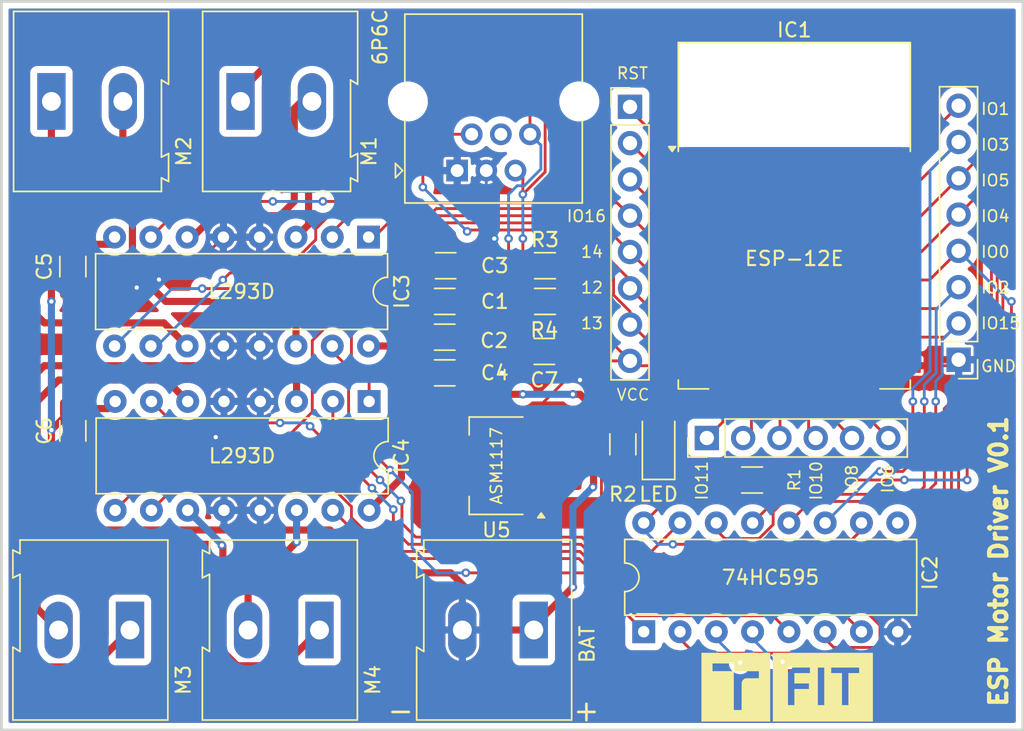
<source format=kicad_pcb>
(kicad_pcb (version 20240108) (generator "pcbnew") (generator_version "8.0")
  (title_block (title "ESP Motor Driver V0.1"))
  (layers (0 "F.Cu" signal) (31 "B.Cu" signal) (34 "B.Paste" user) (35 "F.Paste" user) (36 "B.SilkS" user "B.Silkscreen") (37 "F.SilkS" user "F.Silkscreen") (38 "B.Mask" user) (39 "F.Mask" user) (44 "Edge.Cuts" user))
  (net 0 "")
  (net 1 "+9V")
  (net 2 "GND")
  (net 3 "Net-(D1-A)")
  (net 4 "Net-(IC1-MISO)")
  (net 5 "Net-(IC1-GPIO13)")
  (net 6 "Net-(IC1-GPIO15)")
  (net 7 "Net-(IC1-GPIO10)")
  (net 8 "Net-(IC1-GPIO1{slash}TXD)")
  (net 9 "Net-(IC1-ADC)")
  (net 10 "Net-(IC1-GPIO4)")
  (net 12 "Net-(IC1-GPIO16)")
  (net 13 "+3.3V")
  (net 14 "Net-(IC1-GPIO14)")
  (net 15 "Net-(IC1-GPIO0)")
  (net 16 "Net-(IC1-GPIO9)")
  (net 17 "Net-(IC1-GPIO3{slash}RXD)")
  (net 18 "Net-(IC1-GPIO5)")
  (net 19 "Net-(IC1-~{RST})")
  (net 20 "Net-(IC1-SCLK)")
  (net 21 "Net-(IC1-EN)")
  (net 22 "Net-(IC1-MOSI)")
  (net 23 "Net-(IC1-GPIO12)")
  (net 24 "Net-(IC1-GPIO2)")
  (net 25 "Net-(IC1-CS0)")
  (net 26 "Net-(IC2-QD)")
  (net 27 "Net-(IC2-QE)")
  (net 28 "Net-(IC2-QG)")
  (net 29 "Net-(IC2-QB)")
  (net 30 "Net-(IC2-QF)")
  (net 31 "Net-(IC2-QA)")
  (net 32 "Net-(IC2-QC)")
  (net 34 "Net-(IC2-QH)")
  (net 35 "Net-(IC3-2Y)")
  (net 36 "Net-(IC3-4Y)")
  (net 37 "Net-(IC3-3Y)")
  (net 38 "Net-(IC3-1Y)")
  (net 39 "Net-(IC4-3Y)")
  (net 40 "Net-(IC4-4Y)")
  (net 41 "Net-(IC4-2Y)")
  (net 42 "Net-(IC4-1Y)")
  (footprint "Package_DIP:DIP-16_W7.62mm" (layer "F.Cu") (at 92.2 55.95 -90)
    (property "Reference" "IC3")
    (property "Value" "L293D" (hide yes))
  )
  (footprint "Capacitor_SMD:C_1206_3216Metric_Pad1.33x1.80mm_HandSolder" (layer "F.Cu") (at 71.5 58.0125 -90)
    (property "Reference" "C5")
    (property "Value" "100n" (hide yes))
  )
  (footprint "Capacitor_SMD:C_1206_3216Metric_Pad1.33x1.80mm_HandSolder" (layer "F.Cu") (at 97.59375 57.95 180)
    (property "Reference" "C3")
    (property "Value" "0.1n" (hide yes))
  )
  (footprint "Resistor_SMD:R_1206_3216Metric_Pad1.30x1.75mm_HandSolder" (layer "F.Cu") (at 104.55 60.45)
    (property "Reference" "R4")
    (property "Value" "82K")
  )
  (footprint "Resistor_SMD:R_1206_3216Metric_Pad1.30x1.75mm_HandSolder" (layer "F.Cu") (at 110 70.45 -90)
    (property "Reference" "R2")
    (property "Value" "220R")
  )
  (footprint "TerminalBlock:TerminalBlock_Altech_AK300-2_P5.00mm" (layer "F.Cu") (at 83.235 46.45)
    (property "Reference" "M1")
    (property "Value" "Screw_Terminal_01x02" (hide yes))
  )
  (footprint "TerminalBlock:TerminalBlock_Altech_AK300-2_P5.00mm" (layer "F.Cu") (at 103.765 83.45 180)
    (property "Reference" "BAT")
    (property "Value" "Screw_Terminal_01x02" (hide yes))
  )
  (footprint "Resistor_SMD:R_1206_3216Metric_Pad1.30x1.75mm_HandSolder" (layer "F.Cu") (at 119.05 72.95 180)
    (property "Reference" "R1")
    (property "Value" "10K")
  )
  (footprint "Package_DIP:DIP-16_W7.62mm" (layer "F.Cu") (at 111.46 83.57 90)
    (property "Reference" "IC2")
    (property "Value" "74HC595" (hide yes))
  )
  (footprint "Connector_PinHeader_2.54mm:PinHeader_1x06_P2.54mm_Vertical" (layer "F.Cu") (at 115.88 70.01 90)
    (property "Reference" "J9" (hide yes))
    (property "Value" "Pins_9_14" (hide yes))
  )
  (footprint "LED_SMD:LED_1206_3216Metric_Pad1.42x1.75mm_HandSolder" (layer "F.Cu") (at 112.5 70.45 90)
    (property "Reference" "D1" (hide yes))
    (property "Value" "LED")
  )
  (footprint "Package_TO_SOT_SMD:SOT-223-3_TabPin2" (layer "F.Cu") (at 101.15 71.95 180)
    (property "Reference" "U5")
    (property "Value" "AMS1117-3.3" (hide yes))
  )
  (footprint "Connector_PinHeader_2.54mm:PinHeader_1x08_P2.54mm_Vertical" (layer "F.Cu") (at 110.5 46.83)
    (property "Reference" "J7" (hide yes))
    (property "Value" "Pins_1_8")
  )
  (footprint "Capacitor_SMD:C_1206_3216Metric_Pad1.33x1.80mm_HandSolder" (layer "F.Cu") (at 97.53125 62.95 180)
    (property "Reference" "C2")
    (property "Value" "0.1n" (hide yes))
  )
  (footprint "LOGO" (layer "F.Cu") (at 121.5 87.45)
    (property "Reference" "G***" (hide yes))
    (property "Value" "LOGO" (hide yes))
  )
  (footprint "RF_Module:ESP-12E" (layer "F.Cu") (at 122 54.45)
    (property "Reference" "IC1")
    (property "Value" "ESP-12E" (hide yes))
  )
  (footprint "Capacitor_SMD:C_1206_3216Metric_Pad1.33x1.80mm_HandSolder" (layer "F.Cu") (at 71.5 69.5125 -90)
    (property "Reference" "C6")
    (property "Value" "100n" (hide yes))
  )
  (footprint "Package_DIP:DIP-16_W7.62mm" (layer "F.Cu") (at 92.24 67.45 -90)
    (property "Reference" "IC4")
    (property "Value" "L293D")
  )
  (footprint "TerminalBlock:TerminalBlock_Altech_AK300-2_P5.00mm" (layer "F.Cu") (at 75.5 83.45 180)
    (property "Reference" "M3")
    (property "Value" "Screw_Terminal_01x02" (hide yes))
  )
  (footprint "Connector_RJ:RJ25_Wayconn_MJEA-660X1_Horizontal" (layer "F.Cu") (at 98.4 51.29 180)
    (property "Reference" "6P6C")
    (property "Value" "6P6C" (hide yes))
  )
  (footprint "Capacitor_SMD:C_1206_3216Metric_Pad1.33x1.80mm_HandSolder" (layer "F.Cu") (at 104.5 63.95 180)
    (property "Reference" "C7")
    (property "Value" "22u")
  )
  (footprint "Capacitor_SMD:C_1206_3216Metric_Pad1.33x1.80mm_HandSolder" (layer "F.Cu") (at 97.53125 60.45)
    (property "Reference" "C1")
    (property "Value" "100n" (hide yes))
  )
  (footprint "Connector_PinHeader_2.54mm:PinHeader_1x08_P2.54mm_Vertical" (layer "F.Cu") (at 133.5 64.53 180)
    (property "Reference" "J8" (hide yes))
    (property "Value" "Pins_15_22" (hide yes))
  )
  (footprint "TerminalBlock:TerminalBlock_Altech_AK300-2_P5.00mm" (layer "F.Cu") (at 70 46.45)
    (property "Reference" "M2")
    (property "Value" "Screw_Terminal_01x02" (hide yes))
  )
  (footprint "TerminalBlock:TerminalBlock_Altech_AK300-2_P5.00mm" (layer "F.Cu") (at 88.765 83.45 180)
    (property "Reference" "M4")
    (property "Value" "Screw_Terminal_01x02" (hide yes))
  )
  (footprint "Resistor_SMD:R_1206_3216Metric_Pad1.30x1.75mm_HandSolder" (layer "F.Cu") (at 104.55 57.95)
    (property "Reference" "R3")
    (property "Value" "82K")
  )
  (footprint "Capacitor_SMD:C_1206_3216Metric_Pad1.33x1.80mm_HandSolder" (layer "F.Cu") (at 97.53125 65.45)
    (property "Reference" "C4")
    (property "Value" "100n" (hide yes))
  )
  (gr_rect (start 66.5 39.45) (end 138 90.45) (stroke (width 0.2)) (fill none) (layer "Edge.Cuts"))
  (gr_text "IO1" (at 135 47.45 0) (layer "F.SilkS") (effects (font (size 0.8 0.8) (thickness 0.12)) (justify left bottom)))
  (gr_text "ESP Motor Driver V0.1" (at 137 88.95 90) (layer "F.SilkS") (effects (font (size 1.2 1.2) (thickness 0.3) (bold yes)) (justify left bottom)))
  (gr_text "IO15" (at 135 62.45 0) (layer "F.SilkS") (effects (font (size 0.8 0.8) (thickness 0.12)) (justify left bottom)))
  (gr_text "IO0" (at 135 57.45 0) (layer "F.SilkS") (effects (font (size 0.8 0.8) (thickness 0.12)) (justify left bottom)))
  (gr_text "IO10" (at 124 74.45 90) (layer "F.SilkS") (effects (font (size 0.8 0.8) (thickness 0.12)) (justify left bottom)))
  (gr_text "12" (at 107 59.95 0) (layer "F.SilkS") (effects (font (size 0.8 0.8) (thickness 0.12)) (justify left bottom)))
  (gr_text "IO4" (at 135 54.95 0) (layer "F.SilkS") (effects (font (size 0.8 0.8) (thickness 0.12)) (justify left bottom)))
  (gr_text "14" (at 107 57.45 0) (layer "F.SilkS") (effects (font (size 0.8 0.8) (thickness 0.12)) (justify left bottom)))
  (gr_text "RST" (at 109.5 44.95 0) (layer "F.SilkS") (effects (font (size 0.8 0.8) (thickness 0.12)) (justify left bottom)))
  (gr_text "IO8" (at 126.5 73.95 90) (layer "F.SilkS") (effects (font (size 0.8 0.8) (thickness 0.12)) (justify left bottom)))
  (gr_text "IO2" (at 135 59.95 0) (layer "F.SilkS") (effects (font (size 0.8 0.8) (thickness 0.12)) (justify left bottom)))
  (gr_text "GND" (at 135 65.45 0) (layer "F.SilkS") (effects (font (size 0.8 0.8) (thickness 0.12)) (justify left bottom)))
  (gr_text "IO6" (at 129 73.95 90) (layer "F.SilkS") (effects (font (size 0.8 0.8) (thickness 0.12)) (justify left bottom)))
  (gr_text "IO11" (at 116 74.45 90) (layer "F.SilkS") (effects (font (size 0.8 0.8) (thickness 0.12)) (justify left bottom)))
  (gr_text "IO16" (at 106 54.95 0) (layer "F.SilkS") (effects (font (size 0.8 0.8) (thickness 0.12)) (justify left bottom)))
  (gr_text "13" (at 107 62.45 0) (layer "F.SilkS") (effects (font (size 0.8 0.8) (thickness 0.12)) (justify left bottom)))
  (gr_text "IO3" (at 135 49.95 0) (layer "F.SilkS") (effects (font (size 0.8 0.8) (thickness 0.12)) (justify left bottom)))
  (gr_text "+" (at 108.5 89.95 0) (layer "F.SilkS") (effects (font (size 1.5 1.5) (thickness 0.1875)) (justify left bottom mirror)))
  (gr_text "VCC" (at 109.5 67.45 0) (layer "F.SilkS") (effects (font (size 0.8 0.8) (thickness 0.11)) (justify left bottom)))
  (gr_text "-" (at 95.5 89.95 0) (layer "F.SilkS") (effects (font (size 1.5 1.5) (thickness 0.1875)) (justify left bottom mirror)))
  (gr_text "IO5" (at 135 52.45 0) (layer "F.SilkS") (effects (font (size 0.8 0.8) (thickness 0.12)) (justify left bottom)))
  (segment (start 107.75 69.65) (end 104.3 69.65) (width 0.5) (layer "F.Cu") (net 1))
  (segment (start 92.24 75.07) (end 92.12 75.07) (width 0.2) (layer "F.Cu") (net 1))
  (segment (start 94.5 63.45) (end 94.38 63.57) (width 0.5) (layer "F.Cu") (net 1))
  (segment (start 70.3 69.15) (end 70 69.45) (width 0.5) (layer "F.Cu") (net 1))
  (segment (start 103 66.95) (end 95 66.95) (width 0.5) (layer "F.Cu") (net 1))
  (segment (start 94.5 72.81) (end 92.24 75.07) (width 0.5) (layer "F.Cu") (net 1))
  (segment (start 92 74.95) (end 92.12 75.07) (width 0.2) (layer "F.Cu") (net 1))
  (segment (start 72 76.45) (end 89.5 76.45) (width 0.5) (layer "F.Cu") (net 1))
  (segment (start 107.95 67.9) (end 107.95 69.45) (width 0.5) (layer "F.Cu") (net 1))
  (segment (start 95 66.95) (end 94.5 67.45) (width 0.5) (layer "F.Cu") (net 1))
  (segment (start 70 57.95) (end 71.5 56.45) (width 0.5) (layer "F.Cu") (net 1))
  (segment (start 70 69.45) (end 70 74.45) (width 0.5) (layer "F.Cu") (net 1))
  (segment (start 94.5 67.45) (end 94.5 68.45) (width 0.5) (layer "F.Cu") (net 1))
  (segment (start 95.46875 65.95) (end 95.96875 65.45) (width 0.5) (layer "F.Cu") (net 1))
  (segment (start 94.5 69.825) (end 94.5 72.81) (width 0.5) (layer "F.Cu") (net 1))
  (segment (start 106.5 80.45) (end 103.765 83.185) (width 0.5) (layer "F.Cu") (net 1))
  (segment (start 73.96 67.95) (end 74.46 67.45) (width 0.5) (layer "F.Cu") (net 1))
  (segment (start 107.95 69.45) (end 107.75 69.65) (width 0.5) (layer "F.Cu") (net 1))
  (segment (start 107.95 70.95) (end 107.95 73.4) (width 0.5) (layer "F.Cu") (net 1))
  (segment (start 71.5 56.45) (end 74.3 56.45) (width 0.5) (layer "F.Cu") (net 1))
  (segment (start 71.5 67.95) (end 73.96 67.95) (width 0.5) (layer "F.Cu") (net 1))
  (segment (start 95.03125 60.45) (end 95.96875 60.45) (width 0.5) (layer "F.Cu") (net 1))
  (segment (start 94.5 65.95) (end 95.46875 65.95) (width 0.5) (layer "F.Cu") (net 1))
  (segment (start 96.03125 63.0125) (end 95.96875 62.95) (width 0.2) (layer "F.Cu") (net 1))
  (segment (start 107 66.95) (end 107.95 67.9) (width 0.5) (layer "F.Cu") (net 1))
  (segment (start 70.3 69.15) (end 71.5 67.95) (width 0.5) (layer "F.Cu") (net 1))
  (segment (start 94.5 65.95) (end 94.5 67.45) (width 0.5) (layer "F.Cu") (net 1))
  (segment (start 103.765 83.185) (end 103.765 83.45) (width 0.5) (layer "F.Cu") (net 1))
  (segment (start 106.5 66.95) (end 107 66.95) (width 0.5) (layer "F.Cu") (net 1))
  (segment (start 94.38 63.57) (end 92.2 63.57) (width 0.5) (layer "F.Cu") (net 1))
  (segment (start 74.3 56.45) (end 74.42 56.33) (width 0.2) (layer "F.Cu") (net 1))
  (segment (start 70 74.45) (end 72 76.45) (width 0.5) (layer "F.Cu") (net 1))
  (segment (start 95.99125 62.45) (end 95.96875 62.4725) (width 0.2) (layer "F.Cu") (net 1))
  (segment (start 94.5 63.45) (end 94.5 60.98125) (width 0.5) (layer "F.Cu") (net 1))
  (segment (start 95.96875 58.0125) (end 96.03125 57.95) (width 0.2) (layer "F.Cu") (net 1))
  (segment (start 92.5 79.45) (end 97.951471 79.45) (width 0.5) (layer "F.Cu") (net 1))
  (segment (start 94.5 63.45) (end 94.5 65.95) (width 0.5) (layer "F.Cu") (net 1))
  (segment (start 95.96875 60.45) (end 95.96875 58.0125) (width 0.5) (layer "F.Cu") (net 1))
  (segment (start 94.5 68.45) (end 94.5 69.825) (width 0.5) (layer "F.Cu") (net 1))
  (segment (start 70 60.45) (end 70 57.95) (width 0.5) (layer "F.Cu") (net 1))
  (segment (start 107.95 73.4) (end 107.9 73.45) (width 0.5) (layer "F.Cu") (net 1))
  (segment (start 97.951471 79.45) (end 101.951471 83.45) (width 0.5) (layer "F.Cu") (net 1))
  (segment (start 94.5 60.98125) (end 95.03125 60.45) (width 0.5) (layer "F.Cu") (net 1))
  (segment (start 89.5 76.45) (end 92.5 79.45) (width 0.5) (layer "F.Cu") (net 1))
  (segment (start 101.951471 83.45) (end 103.765 83.45) (width 0.5) (layer "F.Cu") (net 1))
  (segment (start 96.03125 65.4725) (end 96.03125 63.0125) (width 0.5) (layer "F.Cu") (net 1))
  (segment (start 107.95 69.45) (end 107.95 70.95) (width 0.5) (layer "F.Cu") (net 1))
  (via (at 107.9 73.45) (size 0.6) (drill 0.3) (layers "F.Cu" "B.Cu") (net 1))
  (via (at 70 69.45) (size 0.6) (drill 0.3) (layers "F.Cu" "B.Cu") (net 1))
  (via (at 103 66.95) (size 0.6) (drill 0.3) (layers "F.Cu" "B.Cu") (net 1))
  (via (at 70 60.45) (size 0.6) (drill 0.3) (layers "F.Cu" "B.Cu") (net 1))
  (via (at 106.5 80.45) (size 0.6) (drill 0.3) (layers "F.Cu" "B.Cu") (net 1))
  (via (at 106.5 66.95) (size 0.6) (drill 0.3) (layers "F.Cu" "B.Cu") (net 1))
  (segment (start 106.5 66.95) (end 103 66.95) (width 0.5) (layer "B.Cu") (net 1))
  (segment (start 106.5 80.45) (end 106.5 74.85) (width 0.5) (layer "B.Cu") (net 1))
  (segment (start 70 69.45) (end 70 60.45) (width 0.5) (layer "B.Cu") (net 1))
  (segment (start 106.5 74.85) (end 107.9 73.45) (width 0.5) (layer "B.Cu") (net 1))
  (segment (start 75.969669 59.480331) (end 75.875 59.575) (width 0.2) (layer "F.Cu") (net 2))
  (segment (start 81.5 69.95) (end 80.375 71.075) (width 0.2) (layer "F.Cu") (net 2))
  (segment (start 133.08 64.95) (end 133.5 64.53) (width 0.2) (layer "F.Cu") (net 2))
  (segment (start 77.530331 58.919669) (end 79.070331 58.919669) (width 0.2) (layer "F.Cu") (net 2))
  (segment (start 101 63.45) (end 101 56.05) (width 0.2) (layer "F.Cu") (net 2))
  (segment (start 108.5 74.25) (end 108.5 67.45) (width 0.2) (layer "F.Cu") (net 2))
  (segment (start 75.875 59.575) (end 71.5 59.575) (width 0.2) (layer "F.Cu") (net 2))
  (segment (start 80.375 71.075) (end 71.5 71.075) (width 0.2) (layer "F.Cu") (net 2))
  (segment (start 111.175 74.25) (end 112.5 72.925) (width 0.2) (layer "F.Cu") (net 2))
  (segment (start 129.6 64.95) (end 133.08 64.95) (width 0.2) (layer "F.Cu") (net 2))
  (segment (start 82.08 75.07) (end 82.46 75.45) (width 0.2) (layer "F.Cu") (net 2))
  (segment (start 112.5 72.925) (end 112.5 71.9375) (width 0.2) (layer "F.Cu") (net 2))
  (segment (start 108.5 67.45) (end 107 65.95) (width 0.2) (layer "F.Cu") (net 2))
  (segment (start 102.9375 63.95) (end 101.5 63.95) (width 0.2) (layer "F.Cu") (net 2))
  (segment (start 101.5 63.95) (end 101 63.45) (width 0.2) (layer "F.Cu") (net 2))
  (segment (start 79.070331 58.919669) (end 82.04 55.95) (width 0.2) (layer "F.Cu") (net 2))
  (segment (start 99.11625 62.45) (end 99.09375 62.4725) (width 0.2) (layer "F.Cu") (net 2))
  (segment (start 99.17875 65.45) (end 99.15625 65.4725) (width 0.2) (layer "F.Cu") (net 2))
  (segment (start 101.53125 65.45) (end 99.09375 65.45) (width 0.2) (layer "F.Cu") (net 2))
  (segment (start 104.3 74.25) (end 111.175 74.25) (width 0.2) (layer "F.Cu") (net 2))
  (via (at 81.5 69.95) (size 0.6) (drill 0.3) (layers "F.Cu" "B.Cu") (net 2))
  (via (at 77.530331 58.919669) (size 0.6) (drill 0.3) (layers "F.Cu" "B.Cu") (net 2))
  (via (at 101 56.05) (size 0.6) (drill 0.3) (layers "F.Cu" "B.Cu") (net 2))
  (via (at 107 65.95) (size 0.6) (drill 0.3) (layers "F.Cu" "B.Cu") (net 2))
  (via (at 75.969669 59.480331) (size 0.6) (drill 0.3) (layers "F.Cu" "B.Cu") (net 2))
  (via (at 101.53125 65.45) (size 0.6) (drill 0.3) (layers "F.Cu" "B.Cu") (net 2))
  (segment (start 77.530331 58.919669) (end 76.530331 58.919669) (width 0.2) (layer "B.Cu") (net 2))
  (segment (start 100.44 53.39) (end 100.44 51.29) (width 0.2) (layer "B.Cu") (net 2))
  (segment (start 82.08 69.37) (end 81.5 69.95) (width 0.2) (layer "B.Cu") (net 2))
  (segment (start 101 53.95) (end 100.44 53.39) (width 0.2) (layer "B.Cu") (net 2))
  (segment (start 76.530331 58.919669) (end 75.969669 59.480331) (width 0.2) (layer "B.Cu") (net 2))
  (segment (start 82.08 67.45) (end 82.08 69.37) (width 0.2) (layer "B.Cu") (net 2))
  (segment (start 106.5 65.45) (end 107 65.95) (width 0.2) (layer "B.Cu") (net 2))
  (segment (start 101.53125 65.45) (end 106.5 65.45) (width 0.2) (layer "B.Cu") (net 2))
  (segment (start 101 56.05) (end 101 53.95) (width 0.2) (layer "B.Cu") (net 2))
  (segment (start 133.42 64.53) (end 133.5 64.53) (width 0.2) (layer "B.Cu") (net 2))
  (segment (start 112.5 68.9625) (end 112.5 69.5) (width 0.2) (layer "F.Cu") (net 3))
  (segment (start 112.5 69.5) (end 110 72) (width 0.2) (layer "F.Cu") (net 3))
  (segment (start 119 69.43) (end 118.42 70.01) (width 0.2) (layer "F.Cu") (net 4))
  (segment (start 119 66.01) (end 119 69.43) (width 0.2) (layer "F.Cu") (net 4))
  (segment (start 109.35 60.006346) (end 110.5 61.156346) (width 0.2) (layer "F.Cu") (net 5))
  (segment (start 111.5 62.95) (end 114.4 62.95) (width 0.2) (layer "F.Cu") (net 5))
  (segment (start 110.62 62.07) (end 111.5 62.95) (width 0.2) (layer "F.Cu") (net 5))
  (segment (start 92.24 65.964314) (end 92.24 67.45) (width 0.2) (layer "F.Cu") (net 5))
  (segment (start 105.934314 54.95) (end 97.076378 54.95) (width 0.2) (layer "F.Cu") (net 5))
  (segment (start 91 64.724314) (end 92.24 65.964314) (width 0.2) (layer "F.Cu") (net 5))
  (segment (start 109.35 58.365686) (end 105.934314 54.95) (width 0.2) (layer "F.Cu") (net 5))
  (segment (start 110.5 61.156346) (end 110.5 62.07) (width 0.2) (layer "F.Cu") (net 5))
  (segment (start 97.076378 54.95) (end 91 61.026378) (width 0.2) (layer "F.Cu") (net 5))
  (segment (start 110.5 62.07) (end 110.62 62.07) (width 0.2) (layer "F.Cu") (net 5))
  (segment (start 109.35 60.006346) (end 109.35 58.365686) (width 0.2) (layer "F.Cu") (net 5))
  (segment (start 91 61.026378) (end 91 64.724314) (width 0.2) (layer "F.Cu") (net 5))
  (segment (start 132.54 62.95) (end 133.5 61.99) (width 0.2) (layer "F.Cu") (net 6))
  (segment (start 129.6 62.95) (end 132.54 62.95) (width 0.2) (layer "F.Cu") (net 6))
  (segment (start 131.9 67.45) (end 131.9 73.181372) (width 0.2) (layer "F.Cu") (net 6))
  (segment (start 131.9 73.181372) (end 130.631372 74.45) (width 0.2) (layer "F.Cu") (net 6))
  (segment (start 130.631372 74.45) (end 123.12 74.45) (width 0.2) (layer "F.Cu") (net 6))
  (segment (start 123.12 74.45) (end 121.62 75.95) (width 0.2) (layer "F.Cu") (net 6))
  (via (at 131.9 67.45) (size 0.6) (drill 0.3) (layers "F.Cu" "B.Cu") (net 6))
  (segment (start 131.9 67.45) (end 131.9 66.05) (width 0.2) (layer "B.Cu") (net 6))
  (segment (start 132.35 63.14) (end 133.5 61.99) (width 0.2) (layer "B.Cu") (net 6))
  (segment (start 131.9 66.05) (end 132.35 65.6) (width 0.2) (layer "B.Cu") (net 6))
  (segment (start 132.35 65.6) (end 132.35 63.14) (width 0.2) (layer "B.Cu") (net 6))
  (segment (start 123 66.01) (end 123 69.51) (width 0.2) (layer "F.Cu") (net 7))
  (segment (start 123 69.51) (end 123.5 70.01) (width 0.2) (layer "F.Cu") (net 7))
  (segment (start 129.6 50.95) (end 129.6 50.65) (width 0.2) (layer "F.Cu") (net 8))
  (segment (start 129.6 50.65) (end 133.5 46.75) (width 0.2) (layer "F.Cu") (net 8))
  (segment (start 114.4 52.95) (end 114.08 52.95) (width 0.2) (layer "F.Cu") (net 9))
  (segment (start 114.08 52.95) (end 110.5 49.37) (width 0.2) (layer "F.Cu") (net 9))
  (segment (start 129.6 56.95) (end 130.92 56.95) (width 0.2) (layer "F.Cu") (net 10))
  (segment (start 130.92 56.95) (end 133.5 54.37) (width 0.2) (layer "F.Cu") (net 10))
  (segment (start 103 60.45) (end 102 59.45) (width 0.2) (layer "F.Cu") (net 10))
  (segment (start 133.5 54.37) (end 135.4 52.47) (width 0.2) (layer "F.Cu") (net 10))
  (segment (start 131.465686 41.35) (end 107.534314 41.35) (width 0.2) (layer "F.Cu") (net 10))
  (segment (start 107.534314 41.35) (end 103.5 45.384314) (width 0.2) (layer "F.Cu") (net 10))
  (segment (start 135.4 52.47) (end 135.4 45.284314) (width 0.2) (layer "F.Cu") (net 10))
  (segment (start 102 59.45) (end 102 56.05) (width 0.2) (layer "F.Cu") (net 10))
  (segment (start 103.5 45.384314) (end 103.5 48.75) (width 0.2) (layer "F.Cu") (net 10))
  (segment (start 135.4 45.284314) (end 131.465686 41.35) (width 0.2) (layer "F.Cu") (net 10))
  (via (at 102 56.05) (size 0.6) (drill 0.3) (layers "F.Cu" "B.Cu") (net 10))
  (segment (start 102.6 52.35) (end 103.1 52.35) (width 0.2) (layer "B.Cu") (net 10))
  (segment (start 104.26 49.51) (end 103.5 48.75) (width 0.2) (layer "B.Cu") (net 10))
  (segment (start 103.1 52.35) (end 104.26 51.19) (width 0.2) (layer "B.Cu") (net 10))
  (segment (start 102 52.95) (end 102.6 52.35) (width 0.2) (layer "B.Cu") (net 10))
  (segment (start 102 56.05) (end 102 52.95) (width 0.2) (layer "B.Cu") (net 10))
  (segment (start 104.26 51.19) (end 104.26 49.51) (width 0.2) (layer "B.Cu") (net 10))
  (segment (start 94.98 53.55) (end 109.6 53.55) (width 0.2) (layer "F.Cu") (net 12))
  (segment (start 113 56.95) (end 110.5 54.45) (width 0.2) (layer "F.Cu") (net 12))
  (segment (start 114.4 56.95) (end 113 56.95) (width 0.2) (layer "F.Cu") (net 12))
  (segment (start 92.2 56.33) (end 94.98 53.55) (width 0.2) (layer "F.Cu") (net 12))
  (segment (start 109.6 53.55) (end 110.5 54.45) (width 0.2) (layer "F.Cu") (net 12))
  (segment (start 110 54.95) (end 110.5 54.45) (width 0.2) (layer "B.Cu") (net 12))
  (segment (start 114.4 64.95) (end 110.84 64.95) (width 0.2) (layer "F.Cu") (net 13))
  (segment (start 106.0625 61.2775) (end 106.1 61.24) (width 0.2) (layer "F.Cu") (net 13))
  (segment (start 125.7 77.45) (end 126.7 76.45) (width 0.2) (layer "F.Cu") (net 13))
  (segment (start 106.0625 65.8875) (end 103 68.95) (width 0.2) (layer "F.Cu") (net 13))
  (segment (start 109.5 64.61) (end 110.5 64.61) (width 0.2) (layer "F.Cu") (net 13))
  (segment (start 110.84 64.95) (end 110.5 64.61) (width 0.2) (layer "F.Cu") (net 13))
  (segment (start 96 50.002843) (end 97.252843 48.75) (width 0.2) (layer "F.Cu") (net 13))
  (segment (start 106.0625 63.95) (end 106.0625 65.8875) (width 0.2) (layer "F.Cu") (net 13))
  (segment (start 97.252843 48.75) (end 99.42 48.75) (width 0.2) (layer "F.Cu") (net 13))
  (segment (start 108.5 64.61) (end 109.5 64.61) (width 0.2) (layer "F.Cu") (net 13))
  (segment (start 96 52.45) (end 96 50.002843) (width 0.2) (layer "F.Cu") (net 13))
  (segment (start 114.46 72.95) (end 114.4 73.01) (width 0.2) (layer "F.Cu") (net 13))
  (segment (start 105.868628 55.45) (end 108.95 58.531372) (width 0.2) (layer "F.Cu") (net 13))
  (segment (start 114.4 73.01) (end 111.46 75.95) (width 0.2) (layer "F.Cu") (net 13))
  (segment (start 107.34 64.61) (end 106.7225 64.61) (width 0.2) (layer "F.Cu") (net 13))
  (segment (start 104.3 71.95) (end 103 70.65) (width 0.2) (layer "F.Cu") (net 13))
  (segment (start 103 70.65) (end 103 68.95) (width 0.2) (layer "F.Cu") (net 13))
  (segment (start 117.5 72.95) (end 114.46 72.95) (width 0.2) (layer "F.Cu") (net 13))
  (segment (start 113.5 77.45) (end 125.7 77.45) (width 0.2) (layer "F.Cu") (net 13))
  (segment (start 114.4 64.95) (end 114.5 65.05) (width 0.2) (layer "F.Cu") (net 13))
  (segment (start 107.34 64.61) (end 108.5 64.61) (width 0.2) (layer "F.Cu") (net 13))
  (segment (start 108.95 58.531372) (end 108.95 63.06) (width 0.2) (layer "F.Cu") (net 13))
  (segment (start 106.0625 63.95) (end 106.0625 61.2775) (width 0.2) (layer "F.Cu") (net 13))
  (segment (start 99.2 55.45) (end 105.868628 55.45) (width 0.2) (layer "F.Cu") (net 13))
  (segment (start 113.95 64.95) (end 114.4 64.95) (width 0.2) (layer "F.Cu") (net 13))
  (segment (start 114.4 64.95) (end 114.4 73.01) (width 0.2) (layer "F.Cu") (net 13))
  (segment (start 108.95 63.06) (end 110.5 64.61) (width 0.2) (layer "F.Cu") (net 13))
  (segment (start 99.1 55.55) (end 99.2 55.45) (width 0.2) (layer "F.Cu") (net 13))
  (segment (start 98 71.95) (end 104.3 71.95) (width 0.2) (layer "F.Cu") (net 13))
  (segment (start 106.7225 64.61) (end 106.0625 63.95) (width 0.2) (layer "F.Cu") (net 13))
  (segment (start 110 68.9) (end 113.95 64.95) (width 0.2) (layer "F.Cu") (net 13))
  (segment (start 106.1 61.24) (end 106.1 57.95) (width 0.2) (layer "F.Cu") (net 13))
  (via (at 96 52.45) (size 0.6) (drill 0.3) (layers "F.Cu" "B.Cu") (net 13))
  (via (at 113.5 77.45) (size 0.6) (drill 0.3) (layers "F.Cu" "B.Cu") (net 13))
  (via (at 99.1 55.55) (size 0.6) (drill 0.3) (layers "F.Cu" "B.Cu") (net 13))
  (segment (start 99.1 55.55) (end 96 52.45) (width 0.2) (layer "B.Cu") (net 13))
  (segment (start 113.5 77.45) (end 112.46 77.45) (width 0.2) (layer "B.Cu") (net 13))
  (segment (start 112.46 77.45) (end 111.46 76.45) (width 0.2) (layer "B.Cu") (net 13))
  (segment (start 80.551471 59.55) (end 91.334314 59.55) (width 0.2) (layer "F.Cu") (net 14))
  (segment (start 112.46 58.95) (end 114.4 58.95) (width 0.2) (layer "F.Cu") (net 14))
  (segment (start 107.46 53.95) (end 110.5 56.99) (width 0.2) (layer "F.Cu") (net 14))
  (segment (start 112.46 58.95) (end 110.5 56.99) (width 0.2) (layer "F.Cu") (net 14))
  (segment (start 91.334314 59.55) (end 96.934314 53.95) (width 0.2) (layer "F.Cu") (net 14))
  (segment (start 96.934314 53.95) (end 107.46 53.95) (width 0.2) (layer "F.Cu") (net 14))
  (via (at 80.551471 59.55) (size 0.6) (drill 0.3) (layers "F.Cu" "B.Cu") (net 14))
  (segment (start 80.551471 59.55) (end 78.44 59.55) (width 0.2) (layer "B.Cu") (net 14))
  (segment (start 78.44 59.55) (end 74.42 63.57) (width 0.2) (layer "B.Cu") (net 14))
  (segment (start 129.6 58.95) (end 131.46 58.95) (width 0.2) (layer "F.Cu") (net 15))
  (segment (start 120.6 72.95) (end 120.6 74.43) (width 0.2) (layer "F.Cu") (net 15))
  (segment (start 131.46 58.95) (end 133.5 56.91) (width 0.2) (layer "F.Cu") (net 15))
  (segment (start 137.2 64.947058) (end 137.2 60.45) (width 0.2) (layer "F.Cu") (net 15))
  (segment (start 120.6 74.43) (end 119.08 75.95) (width 0.2) (layer "F.Cu") (net 15))
  (segment (start 134.1 68.047058) (end 136.598529 65.548529) (width 0.2) (layer "F.Cu") (net 15))
  (segment (start 136.598529 65.548529) (end 137.2 64.947058) (width 0.2) (layer "F.Cu") (net 15))
  (segment (start 134.1 72.95) (end 134.1 68.047058) (width 0.2) (layer "F.Cu") (net 15))
  (segment (start 120.6 72.95) (end 129.699994 72.95) (width 0.2) (layer "F.Cu") (net 15))
  (via (at 134.1 72.95) (size 0.6) (drill 0.3) (layers "F.Cu" "B.Cu") (net 15))
  (via (at 137.2 60.45) (size 0.6) (drill 0.3) (layers "F.Cu" "B.Cu") (net 15))
  (via (at 129.699994 72.95) (size 0.6) (drill 0.3) (layers "F.Cu" "B.Cu") (net 15))
  (segment (start 137.04 60.45) (end 133.5 56.91) (width 0.2) (layer "B.Cu") (net 15))
  (segment (start 137.2 60.45) (end 137.04 60.45) (width 0.2) (layer "B.Cu") (net 15))
  (segment (start 129.699994 72.95) (end 134.1 72.95) (width 0.2) (layer "B.Cu") (net 15))
  (segment (start 121 66.01) (end 121 69.97) (width 0.2) (layer "F.Cu") (net 16))
  (segment (start 121 69.97) (end 120.96 70.01) (width 0.2) (layer "F.Cu") (net 16))
  (segment (start 129.6 72.35) (end 130.299994 71.650006) (width 0.2) (layer "F.Cu") (net 17))
  (segment (start 128 72.35) (end 129.6 72.35) (width 0.2) (layer "F.Cu") (net 17))
  (segment (start 130.299994 71.650006) (end 130.299994 67.45) (width 0.2) (layer "F.Cu") (net 17))
  (segment (start 129.84 52.95) (end 133.5 49.29) (width 0.2) (layer "F.Cu") (net 17))
  (segment (start 129.6 52.95) (end 129.84 52.95) (width 0.2) (layer "F.Cu") (net 17))
  (via (at 128 72.35) (size 0.6) (drill 0.3) (layers "F.Cu" "B.Cu") (net 17))
  (via (at 130.299994 67.45) (size 0.6) (drill 0.3) (layers "F.Cu" "B.Cu") (net 17))
  (segment (start 131.5 51.29) (end 133.5 49.29) (width 0.2) (layer "B.Cu") (net 17))
  (segment (start 130.299994 67.45) (end 130.299994 66.518634) (width 0.2) (layer "B.Cu") (net 17))
  (segment (start 127.76 72.35) (end 128 72.35) (width 0.2) (layer "B.Cu") (net 17))
  (segment (start 124.16 75.95) (end 127.76 72.35) (width 0.2) (layer "B.Cu") (net 17))
  (segment (start 130.299994 66.518634) (end 131.5 65.318628) (width 0.2) (layer "B.Cu") (net 17))
  (segment (start 131.5 65.318628) (end 131.5 51.29) (width 0.2) (layer "B.Cu") (net 17))
  (segment (start 103 57.95) (end 103 56.05) (width 0.2) (layer "F.Cu") (net 18))
  (segment (start 103 52.95) (end 103 51.81) (width 0.2) (layer "F.Cu") (net 18))
  (segment (start 131.3 41.75) (end 107.7 41.75) (width 0.2) (layer "F.Cu") (net 18))
  (segment (start 104.56 51.39) (end 103 52.95) (width 0.2) (layer "F.Cu") (net 18))
  (segment (start 135 45.45) (end 131.3 41.75) (width 0.2) (layer "F.Cu") (net 18))
  (segment (start 104.56 44.89) (end 104.56 51.39) (width 0.2) (layer "F.Cu") (net 18))
  (segment (start 103 51.81) (end 102.48 51.29) (width 0.2) (layer "F.Cu") (net 18))
  (segment (start 130.38 54.95) (end 133.5 51.83) (width 0.2) (layer "F.Cu") (net 18))
  (segment (start 107.7 41.75) (end 104.56 44.89) (width 0.2) (layer "F.Cu") (net 18))
  (segment (start 129.6 54.95) (end 130.38 54.95) (width 0.2) (layer "F.Cu") (net 18))
  (segment (start 133.5 51.83) (end 135 50.33) (width 0.2) (layer "F.Cu") (net 18))
  (segment (start 135 50.33) (end 135 45.45) (width 0.2) (layer "F.Cu") (net 18))
  (via (at 103 56.05) (size 0.6) (drill 0.3) (layers "F.Cu" "B.Cu") (net 18))
  (via (at 103 52.95) (size 0.6) (drill 0.3) (layers "F.Cu" "B.Cu") (net 18))
  (segment (start 103 56.05) (end 103 55.45) (width 0.2) (layer "B.Cu") (net 18))
  (segment (start 103 55.45) (end 103 52.95) (width 0.2) (layer "B.Cu") (net 18))
  (segment (start 114.4 50.95) (end 110.5 47.05) (width 0.2) (layer "F.Cu") (net 19))
  (segment (start 110.5 47.05) (end 110.5 46.83) (width 0.2) (layer "F.Cu") (net 19))
  (segment (start 127 68.43) (end 128.58 70.01) (width 0.2) (layer "F.Cu") (net 20))
  (segment (start 127 66.01) (end 127 68.43) (width 0.2) (layer "F.Cu") (net 20))
  (segment (start 113.54 54.95) (end 110.5 51.91) (width 0.2) (layer "F.Cu") (net 21))
  (segment (start 114.4 54.95) (end 113.54 54.95) (width 0.2) (layer "F.Cu") (net 21))
  (segment (start 125 68.97) (end 126.04 70.01) (width 0.2) (layer "F.Cu") (net 22))
  (segment (start 125 66.01) (end 125 68.97) (width 0.2) (layer "F.Cu") (net 22))
  (segment (start 97 54.45) (end 88.26 63.19) (width 0.2) (layer "F.Cu") (net 23))
  (segment (start 78.055 71.475) (end 74.46 75.07) (width 0.2) (layer "F.Cu") (net 23))
  (segment (start 88.26 68.19) (end 84.975 71.475) (width 0.2) (layer "F.Cu") (net 23))
  (segment (start 110.5 59.53) (end 111.92 60.95) (width 0.2) (layer "F.Cu") (net 23))
  (segment (start 106 54.45) (end 97 54.45) (width 0.2) (layer "F.Cu") (net 23))
  (segment (start 110.5 58.95) (end 106 54.45) (width 0.2) (layer "F.Cu") (net 23))
  (segment (start 84.975 71.475) (end 78.055 71.475) (width 0.2) (layer "F.Cu") (net 23))
  (segment (start 88.26 63.19) (end 88.26 68.19) (width 0.2) (layer "F.Cu") (net 23))
  (segment (start 111.92 60.95) (end 114.4 60.95) (width 0.2) (layer "F.Cu") (net 23))
  (segment (start 119.535635 77.05) (end 117.14 77.05) (width 0.2) (layer "F.Cu") (net 24))
  (segment (start 130.565686 73.95) (end 121.75 73.95) (width 0.2) (layer "F.Cu") (net 24))
  (segment (start 120.52 76.065635) (end 119.535635 77.05) (width 0.2) (layer "F.Cu") (net 24))
  (segment (start 132 60.95) (end 133.5 59.45) (width 0.2) (layer "F.Cu") (net 24))
  (segment (start 120.52 75.18) (end 120.52 76.065635) (width 0.2) (layer "F.Cu") (net 24))
  (segment (start 117.14 77.05) (end 116.54 76.45) (width 0.2) (layer "F.Cu") (net 24))
  (segment (start 131.099997 67.45) (end 131.099997 73.415689) (width 0.2) (layer "F.Cu") (net 24))
  (segment (start 131.099997 73.415689) (end 130.565686 73.95) (width 0.2) (layer "F.Cu") (net 24))
  (segment (start 121.75 73.95) (end 120.52 75.18) (width 0.2) (layer "F.Cu") (net 24))
  (segment (start 129.6 60.95) (end 132 60.95) (width 0.2) (layer "F.Cu") (net 24))
  (via (at 131.099997 67.45) (size 0.6) (drill 0.3) (layers "F.Cu" "B.Cu") (net 24))
  (segment (start 131.934314 65.45) (end 131.934314 61.015686) (width 0.2) (layer "B.Cu") (net 24))
  (segment (start 131.934314 61.015686) (end 133.5 59.45) (width 0.2) (layer "B.Cu") (net 24))
  (segment (start 131.099997 66.284317) (end 131.934314 65.45) (width 0.2) (layer "B.Cu") (net 24))
  (segment (start 131.099997 67.45) (end 131.099997 66.284317) (width 0.2) (layer "B.Cu") (net 24))
  (segment (start 117 66.01) (end 117 68.89) (width 0.2) (layer "F.Cu") (net 25))
  (segment (start 117 68.89) (end 115.88 70.01) (width 0.2) (layer "F.Cu") (net 25))
  (segment (start 99.498528 44.451472) (end 102.735785 44.451472) (width 0.2) (layer "F.Cu") (net 26))
  (segment (start 107.037257 40.15) (end 131.962743 40.15) (width 0.2) (layer "F.Cu") (net 26))
  (segment (start 136.6 64.981371) (end 133.5 68.081372) (width 0.2) (layer "F.Cu") (net 26))
  (segment (start 131.962743 40.15) (end 136.6 44.787256) (width 0.2) (layer "F.Cu") (net 26))
  (segment (start 79.46 53.45) (end 76.96 55.95) (width 0.2) (layer "F.Cu") (net 26))
  (segment (start 89 53.45) (end 90.5 53.45) (width 0.2) (layer "F.Cu") (net 26))
  (segment (start 85.5 53.45) (end 79.46 53.45) (width 0.2) (layer "F.Cu") (net 26))
  (segment (start 133.5 68.081372) (end 133.5 83.081372) (width 0.2) (layer "F.Cu") (net 26))
  (segment (start 136.6 44.787256) (end 136.6 64.981371) (width 0.2) (layer "F.Cu") (net 26))
  (segment (start 118.759265 86.289265) (end 118.21 85.74) (width 0.2) (layer "F.Cu") (net 26))
  (segment (start 133.5 83.081372) (end 130.292107 86.289265) (width 0.2) (layer "F.Cu") (net 26))
  (segment (start 102.735785 44.451472) (end 107.037257 40.15) (width 0.2) (layer "F.Cu") (net 26))
  (segment (start 90.5 53.45) (end 99.498528 44.451472) (width 0.2) (layer "F.Cu") (net 26))
  (segment (start 130.292107 86.289265) (end 118.759265 86.289265) (width 0.2) (layer "F.Cu") (net 26))
  (via (at 89 53.45) (size 0.6) (drill 0.3) (layers "F.Cu" "B.Cu") (net 26))
  (via (at 118.21 85.74) (size 0.6) (drill 0.3) (layers "F.Cu" "B.Cu") (net 26))
  (via (at 85.5 53.45) (size 0.6) (drill 0.3) (layers "F.Cu" "B.Cu") (net 26))
  (segment (start 118.21 85.74) (end 116.54 84.07) (width 0.2) (layer "B.Cu") (net 26))
  (segment (start 85.5 53.45) (end 89 53.45) (width 0.2) (layer "B.Cu") (net 26))
  (segment (start 136.2 64.815686) (end 133 68.015686) (width 0.2) (layer "F.Cu") (net 27))
  (segment (start 88.5 55.373403) (end 89.923403 53.95) (width 0.2) (layer "F.Cu") (net 27))
  (segment (start 136.2 44.952942) (end 136.2 64.815686) (width 0.2) (layer "F.Cu") (net 27))
  (segment (start 130.345686 85.67) (end 121.18 85.67) (width 0.2) (layer "F.Cu") (net 27))
  (segment (start 133 68.015686) (end 133 83.015686) (width 0.2) (layer "F.Cu") (net 27))
  (segment (start 82 58.95) (end 82.5 58.45) (width 0.2) (layer "F.Cu") (net 27))
  (segment (start 133 83.015686) (end 130.345686 85.67) (width 0.2) (layer "F.Cu") (net 27))
  (segment (start 88.5 56.125635) (end 88.5 55.373403) (width 0.2) (layer "F.Cu") (net 27))
  (segment (start 82.5 58.45) (end 86.175635 58.45) (width 0.2) (layer "F.Cu") (net 27))
  (segment (start 99.664214 44.851472) (end 102.901471 44.851472) (width 0.2) (layer "F.Cu") (net 27))
  (segment (start 102.901471 44.851472) (end 107.202943 40.55) (width 0.2) (layer "F.Cu") (net 27))
  (segment (start 90.565686 53.95) (end 99.664214 44.851472) (width 0.2) (layer "F.Cu") (net 27))
  (segment (start 131.797058 40.55) (end 136.2 44.952942) (width 0.2) (layer "F.Cu") (net 27))
  (segment (start 89.923403 53.95) (end 90.565686 53.95) (width 0.2) (layer "F.Cu") (net 27))
  (segment (start 107.202943 40.55) (end 131.797058 40.55) (width 0.2) (layer "F.Cu") (net 27))
  (segment (start 86.175635 58.45) (end 88.5 56.125635) (width 0.2) (layer "F.Cu") (net 27))
  (via (at 82 58.95) (size 0.6) (drill 0.3) (layers "F.Cu" "B.Cu") (net 27))
  (via (at 121.18 85.67) (size 0.6) (drill 0.3) (layers "F.Cu" "B.Cu") (net 27))
  (segment (start 120.68 85.67) (end 119.08 84.07) (width 0.2) (layer "B.Cu") (net 27))
  (segment (start 77.38 63.57) (end 76.96 63.57) (width 0.2) (layer "B.Cu") (net 27))
  (segment (start 121.18 85.67) (end 120.68 85.67) (width 0.2) (layer "B.Cu") (net 27))
  (segment (start 82 58.95) (end 77.38 63.57) (width 0.2) (layer "B.Cu") (net 27))
  (segment (start 93.934313 76.384313) (end 95 77.45) (width 0.2) (layer "F.Cu") (net 28))
  (segment (start 95 77.45) (end 107.065686 77.45) (width 0.2) (layer "F.Cu") (net 28))
  (segment (start 92.434313 73.515687) (end 88.108578 69.189952) (width 0.2) (layer "F.Cu") (net 28))
  (segment (start 111.065686 81.45) (end 126.317817 81.45) (width 0.2) (layer "F.Cu") (net 28))
  (segment (start 128 83.132183) (end 128 84.325635) (width 0.2) (layer "F.Cu") (net 28))
  (segment (start 128 84.325635) (end 127.655635 84.67) (width 0.2) (layer "F.Cu") (net 28))
  (segment (start 78.5 68.95) (end 77 67.45) (width 0.2) (layer "F.Cu") (net 28))
  (segment (start 93.934313 75.015687) (end 93.934313 76.384313) (width 0.2) (layer "F.Cu") (net 28))
  (segment (start 107.065686 77.45) (end 111.065686 81.45) (width 0.2) (layer "F.Cu") (net 28))
  (segment (start 86 68.95) (end 78.5 68.95) (width 0.2) (layer "F.Cu") (net 28))
  (segment (start 124.76 84.67) (end 124.16 84.07) (width 0.2) (layer "F.Cu") (net 28))
  (segment (start 127.655635 84.67) (end 124.76 84.67) (width 0.2) (layer "F.Cu") (net 28))
  (segment (start 126.317817 81.45) (end 128 83.132183) (width 0.2) (layer "F.Cu") (net 28))
  (via (at 93.934313 75.015687) (size 0.6) (drill 0.3) (layers "F.Cu" "B.Cu") (net 28))
  (via (at 86 68.95) (size 0.6) (drill 0.3) (layers "F.Cu" "B.Cu") (net 28))
  (via (at 92.434313 73.515687) (size 0.6) (drill 0.3) (layers "F.Cu" "B.Cu") (net 28))
  (via (at 88.108578 69.189952) (size 0.6) (drill 0.3) (layers "F.Cu" "B.Cu") (net 28))
  (segment (start 87.868626 68.95) (end 86 68.95) (width 0.2) (layer "B.Cu") (net 28))
  (segment (start 93.934313 75.015687) (end 92.434313 73.515687) (width 0.2) (layer "B.Cu") (net 28))
  (segment (start 93.934313 74.884313) (end 93.934313 75.015687) (width 0.2) (layer "B.Cu") (net 28))
  (segment (start 90.8 65.09) (end 89.66 63.95) (width 0.2) (layer "F.Cu") (net 29))
  (segment (start 93.7 72.25) (end 90.8 69.35) (width 0.2) (layer "F.Cu") (net 29))
  (segment (start 107.368628 79.45) (end 111.46 83.541372) (width 0.2) (layer "F.Cu") (net 29))
  (segment (start 99.012132 79.45) (end 107.368628 79.45) (width 0.2) (layer "F.Cu") (net 29))
  (segment (start 99.006066 79.443934) (end 99.012132 79.45) (width 0.2) (layer "F.Cu") (net 29))
  (segment (start 90.8 69.35) (end 90.8 65.09) (width 0.2) (layer "F.Cu") (net 29))
  (segment (start 111.46 83.541372) (end 111.46 84.07) (width 0.2) (layer "F.Cu") (net 29))
  (via (at 93.7 72.25) (size 0.6) (drill 0.3) (layers "F.Cu" "B.Cu") (net 29))
  (via (at 99.006066 79.443934) (size 0.6) (drill 0.3) (layers "F.Cu" "B.Cu") (net 29))
  (segment (start 99.006066 79.443934) (end 99 79.45) (width 0.2) (layer "B.Cu") (net 29))
  (segment (start 97 79.45) (end 95.25 77.7) (width 0.2) (layer "B.Cu") (net 29))
  (segment (start 95.25 77.7) (end 95.25 73.8) (width 0.2) (layer "B.Cu") (net 29))
  (segment (start 95.25 73.8) (end 93.7 72.25) (width 0.2) (layer "B.Cu") (net 29))
  (segment (start 99 79.45) (end 97 79.45) (width 0.2) (layer "B.Cu") (net 29))
  (segment (start 106.934315 78.45) (end 110.934315 82.45) (width 0.2) (layer "F.Cu") (net 30))
  (segment (start 93.08 78.45) (end 106.934315 78.45) (width 0.2) (layer "F.Cu") (net 30))
  (segment (start 110.934315 82.45) (end 120.5 82.45) (width 0.2) (layer "F.Cu") (net 30))
  (segment (start 89.7 75.07) (end 93.08 78.45) (width 0.2) (layer "F.Cu") (net 30))
  (segment (start 120.5 82.45) (end 121.62 83.57) (width 0.2) (layer "F.Cu") (net 30))
  (segment (start 94.534313 74.486456) (end 94.534313 75.984313) (width 0.2) (layer "F.Cu") (net 31))
  (segment (start 94.534313 75.984313) (end 95.5 76.95) (width 0.2) (layer "F.Cu") (net 31))
  (segment (start 94.464127 74.41627) (end 94.534313 74.486456) (width 0.2) (layer "F.Cu") (net 31))
  (segment (start 112 77.95) (end 114 75.95) (width 0.2) (layer "F.Cu") (net 31))
  (segment (start 93 72.95) (end 89.7 69.65) (width 0.2) (layer "F.Cu") (net 31))
  (segment (start 89.7 69.65) (end 89.7 67.45) (width 0.2) (layer "F.Cu") (net 31))
  (segment (start 95.5 76.95) (end 107.131372 76.95) (width 0.2) (layer "F.Cu") (net 31))
  (segment (start 108.131372 77.95) (end 112 77.95) (width 0.2) (layer "F.Cu") (net 31))
  (segment (start 107.131372 76.95) (end 108.131372 77.95) (width 0.2) (layer "F.Cu") (net 31))
  (via (at 93 72.95) (size 0.6) (drill 0.3) (layers "F.Cu" "B.Cu") (net 31))
  (via (at 94.464127 74.41627) (size 0.6) (drill 0.3) (layers "F.Cu" "B.Cu") (net 31))
  (segment (start 94.434314 74.45) (end 94.434314 74.446083) (width 0.2) (layer "B.Cu") (net 31))
  (segment (start 94.464127 74.414127) (end 93 72.95) (width 0.2) (layer "B.Cu") (net 31))
  (segment (start 94.464127 74.41627) (end 94.464127 74.414127) (width 0.2) (layer "B.Cu") (net 31))
  (segment (start 94.434314 74.446083) (end 94.464127 74.41627) (width 0.2) (layer "B.Cu") (net 31))
  (segment (start 130.38 85.07) (end 132.5 82.95) (width 0.2) (layer "F.Cu") (net 32))
  (segment (start 89.66 55.605686) (end 89.66 55.95) (width 0.2) (layer "F.Cu") (net 32))
  (segment (start 135.8 64.65) (end 135.8 45.118628) (width 0.2) (layer "F.Cu") (net 32))
  (segment (start 131.631372 40.95) (end 107.368629 40.95) (width 0.2) (layer "F.Cu") (net 32))
  (segment (start 115 85.07) (end 130.38 85.07) (width 0.2) (layer "F.Cu") (net 32))
  (segment (start 107.368629 40.95) (end 103.067157 45.251472) (width 0.2) (layer "F.Cu") (net 32))
  (segment (start 135.8 45.118628) (end 131.631372 40.95) (width 0.2) (layer "F.Cu") (net 32))
  (segment (start 100.014214 45.251472) (end 89.66 55.605686) (width 0.2) (layer "F.Cu") (net 32))
  (segment (start 114 84.07) (end 115 85.07) (width 0.2) (layer "F.Cu") (net 32))
  (segment (start 103.067157 45.251472) (end 100.014214 45.251472) (width 0.2) (layer "F.Cu") (net 32))
  (segment (start 132.5 82.95) (end 132.5 67.95) (width 0.2) (layer "F.Cu") (net 32))
  (segment (start 132.5 67.95) (end 135.8 64.65) (width 0.2) (layer "F.Cu") (net 32))
  (segment (start 77 75.07) (end 80.12 71.95) (width 0.2) (layer "F.Cu") (net 34))
  (segment (start 125.08 81.95) (end 126.7 83.57) (width 0.2) (layer "F.Cu") (net 34))
  (segment (start 111 81.95) (end 125.08 81.95) (width 0.2) (layer "F.Cu") (net 34))
  (segment (start 88.135635 71.95) (end 91 74.814365) (width 0.2) (layer "F.Cu") (net 34))
  (segment (start 91 75.585635) (end 93.364365 77.95) (width 0.2) (layer "F.Cu") (net 34))
  (segment (start 80.12 71.95) (end 88.135635 71.95) (width 0.2) (layer "F.Cu") (net 34))
  (segment (start 107 77.95) (end 111 81.95) (width 0.2) (layer "F.Cu") (net 34))
  (segment (start 91 74.814365) (end 91 75.585635) (width 0.2) (layer "F.Cu") (net 34))
  (segment (start 93.364365 77.95) (end 107 77.95) (width 0.2) (layer "F.Cu") (net 34))
  (segment (start 87 46.95) (end 87 53.45) (width 0.5) (layer "F.Cu") (net 35))
  (segment (start 81.38 54.45) (end 79.5 56.33) (width 0.5) (layer "F.Cu") (net 35))
  (segment (start 87 53.45) (end 86 54.45) (width 0.5) (layer "F.Cu") (net 35))
  (segment (start 87.5 46.45) (end 87 46.95) (width 0.5) (layer "F.Cu") (net 35))
  (segment (start 86 54.45) (end 81.38 54.45) (width 0.5) (layer "F.Cu") (net 35))
  (segment (start 74.735 46.45) (end 75 46.715) (width 0.5) (layer "F.Cu") (net 36))
  (segment (start 75 49.95) (end 75.67 50.62) (width 0.5) (layer "F.Cu") (net 36))
  (segment (start 75.67 50.62) (end 75.67 58.12) (width 0.5) (layer "F.Cu") (net 36))
  (segment (start 85.75 60.45) (end 87.12 61.82) (width 0.5) (layer "F.Cu") (net 36))
  (segment (start 87.12 61.82) (end 87.12 63.57) (width 0.5) (layer "F.Cu") (net 36))
  (segment (start 75.67 58.12) (end 78 60.45) (width 0.5) (layer "F.Cu") (net 36))
  (segment (start 75 46.715) (end 75 49.95) (width 0.5) (layer "F.Cu") (net 36))
  (segment (start 78 60.45) (end 85.75 60.45) (width 0.5) (layer "F.Cu") (net 36))
  (segment (start 70 46.45) (end 70 53.95) (width 0.5) (layer "F.Cu") (net 37))
  (segment (start 68.5 60.95) (end 69.5 61.95) (width 0.5) (layer "F.Cu") (net 37))
  (segment (start 69.5 61.95) (end 77.88 61.95) (width 0.5) (layer "F.Cu") (net 37))
  (segment (start 70 53.95) (end 68.5 55.45) (width 0.5) (layer "F.Cu") (net 37))
  (segment (start 77.88 61.95) (end 79.5 63.57) (width 0.5) (layer "F.Cu") (net 37))
  (segment (start 68.5 55.45) (end 68.5 60.95) (width 0.5) (layer "F.Cu") (net 37))
  (segment (start 90.5 47.7) (end 88 50.2) (width 0.5) (layer "F.Cu") (net 38))
  (segment (start 82.5 46.45) (end 85.5 43.45) (width 0.5) (layer "F.Cu") (net 38))
  (segment (start 90.5 44.95) (end 90.5 47.7) (width 0.5) (layer "F.Cu") (net 38))
  (segment (start 88 50.2) (end 88 55.07) (width 0.5) (layer "F.Cu") (net 38))
  (segment (start 88 55.07) (end 87.12 55.95) (width 0.5) (layer "F.Cu") (net 38))
  (segment (start 85.5 43.45) (end 89 43.45) (width 0.5) (layer "F.Cu") (net 38))
  (segment (start 87.12 55.95) (end 87.12 56.33) (width 0.5) (layer "F.Cu") (net 38))
  (segment (start 89 43.45) (end 90.5 44.95) (width 0.5) (layer "F.Cu") (net 38))
  (segment (start 82 77.59) (end 82 84.95) (width 0.5) (layer "F.Cu") (net 39))
  (segment (start 81.93 77.52) (end 82 77.59) (width 0.5) (layer "F.Cu") (net 39))
  (segment (start 83 85.95) (end 86.265 85.95) (width 0.5) (layer "F.Cu") (net 39))
  (segment (start 86.265 85.95) (end 88.765 83.45) (width 0.5) (layer "F.Cu") (net 39))
  (segment (start 82 84.95) (end 83 85.95) (width 0.5) (layer "F.Cu") (net 39))
  (via (at 81.93 77.52) (size 0.6) (drill 0.3) (layers "F.Cu" "B.Cu") (net 39))
  (segment (start 81.93 77.46) (end 79.54 75.07) (width 0.5) (layer "B.Cu") (net 39))
  (segment (start 81.93 77.52) (end 81.93 77.46) (width 0.2) (layer "B.Cu") (net 39))
  (segment (start 79.54 75.49) (end 79.54 75.07) (width 0.2) (layer "B.Cu") (net 39))
  (segment (start 87.16 77.29) (end 83.765 80.685) (width 0.5) (layer "F.Cu") (net 40))
  (segment (start 83.765 80.685) (end 83.765 83.45) (width 0.5) (layer "F.Cu") (net 40))
  (via (at 87.16 77.29) (size 0.6) (drill 0.3) (layers "F.Cu" "B.Cu") (net 40))
  (segment (start 87.16 77.29) (end 87.16 76.18) (width 0.5) (layer "B.Cu") (net 40))
  (segment (start 87.16 76.18) (end 87.16 75.07) (width 0.5) (layer "B.Cu") (net 40))
  (segment (start 69 67.45) (end 70.5 65.95) (width 0.5) (layer "F.Cu") (net 41))
  (segment (start 69 81.95) (end 69 67.45) (width 0.5) (layer "F.Cu") (net 41))
  (segment (start 78.04 65.95) (end 79.54 67.45) (width 0.5) (layer "F.Cu") (net 41))
  (segment (start 70.5 65.95) (end 78.04 65.95) (width 0.5) (layer "F.Cu") (net 41))
  (segment (start 70.5 83.45) (end 69 81.95) (width 0.5) (layer "F.Cu") (net 41))
  (segment (start 75.5 83.45) (end 72.917914 86.032086) (width 0.5) (layer "F.Cu") (net 42))
  (segment (start 69.582086 86.032086) (end 68 84.45) (width 0.5) (layer "F.Cu") (net 42))
  (segment (start 68 66.45) (end 69.5 64.95) (width 0.5) (layer "F.Cu") (net 42))
  (segment (start 68 84.45) (end 68 66.45) (width 0.5) (layer "F.Cu") (net 42))
  (segment (start 87.16 66.11) (end 87.16 67.45) (width 0.5) (layer "F.Cu") (net 42))
  (segment (start 72.917914 86.032086) (end 69.582086 86.032086) (width 0.5) (layer "F.Cu") (net 42))
  (segment (start 69.5 64.95) (end 86 64.95) (width 0.5) (layer "F.Cu") (net 42))
  (segment (start 86 64.95) (end 87.16 66.11) (width 0.5) (layer "F.Cu") (net 42))
  (segment (start 87.16 67.45) (end 87.16 67.95) (width 0.2) (layer "B.Cu") (net 42))
  (zone (net 13) (net_name "+3.3V") (layer "F.Cu") (priority 1) (connect_pads (clearance 0.5)) (min_thickness 0.25) (fill yes (thermal_gap 0.5) (thermal_bridge_width 0.5))
    (polygon (pts (xy 95 67.45) (xy 95 75.95) (xy 95.5 76.45) (xy 104 76.45) (xy 103.5 75.45) (xy 103 74.95) (xy 103 73.45) (xy 105.5 73.45) (xy 106 73.95) (xy 107.5 73.45) (xy 107.5 69.95) (xy 105.5 69.95) (xy 105.5 70.45) (xy 103 70.45) (xy 103 68.95) (xy 105.5 68.95) (xy 105.5 69.45) (xy 107.5 69.45) (xy 107.5 67.95) (xy 107 67.45)))
  )
  (zone (net 2) (net_name "GND") (layers "F&B.Cu") (connect_pads (clearance 0.5)) (min_thickness 0.25) (fill yes (thermal_gap 0.2) (thermal_bridge_width 0.5))
    (polygon (pts (xy 66.5 39.45) (xy 138 39.45) (xy 138 90.45) (xy 66.5 90.45)))
  )
)
</source>
